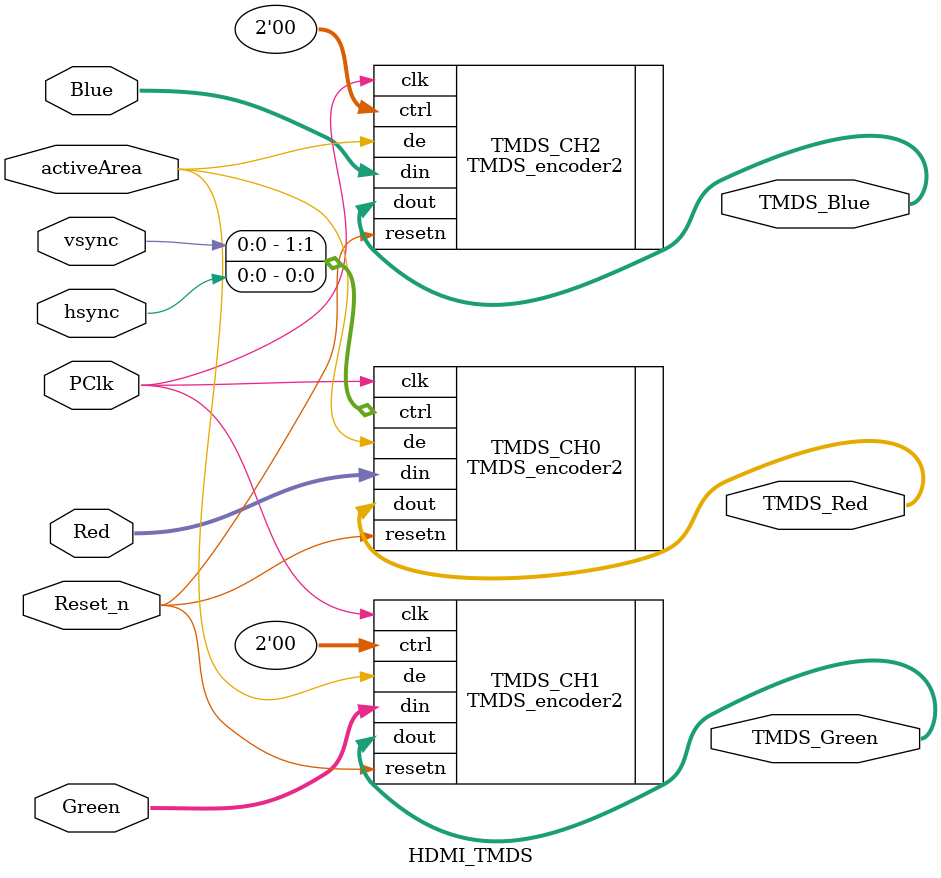
<source format=v>
`timescale 1ns / 1ps


module HDMI_TMDS(
    input       PClk,
    input       Reset_n,
    input [7:0] Red,
    input [7:0] Green,
    input [7:0] Blue,
    input       vsync,
    input       hsync,
    input       activeArea,     // send hardcoded control signals on channel 0 when activeArea is low
    
    output [9:0] TMDS_Red,
    output [9:0] TMDS_Green,
    output [9:0] TMDS_Blue
    );
    
    TMDS_encoder2 TMDS_CH0(     // Channel 0, Red and Timing
        .clk(PClk),
        .resetn(Reset_n),
        .de(activeArea),
        .ctrl({vsync,hsync}),       // timing signals encoded only on channel 0
        .din(Red),
        .dout(TMDS_Red)
    );
    
    TMDS_encoder2 TMDS_CH1(    // Channel 1, Green
        .clk(PClk),
        .resetn(Reset_n),
        .de(activeArea),
        .ctrl(2'b0),
        .din(Green),
        .dout(TMDS_Green)
    );
    
    TMDS_encoder2 TMDS_CH2(    // Channel 2, Blue
        .clk(PClk),
        .resetn(Reset_n),
        .de(activeArea),
        .ctrl(2'b0),
        .din(Blue),
        .dout(TMDS_Blue)
    );
    
endmodule

</source>
